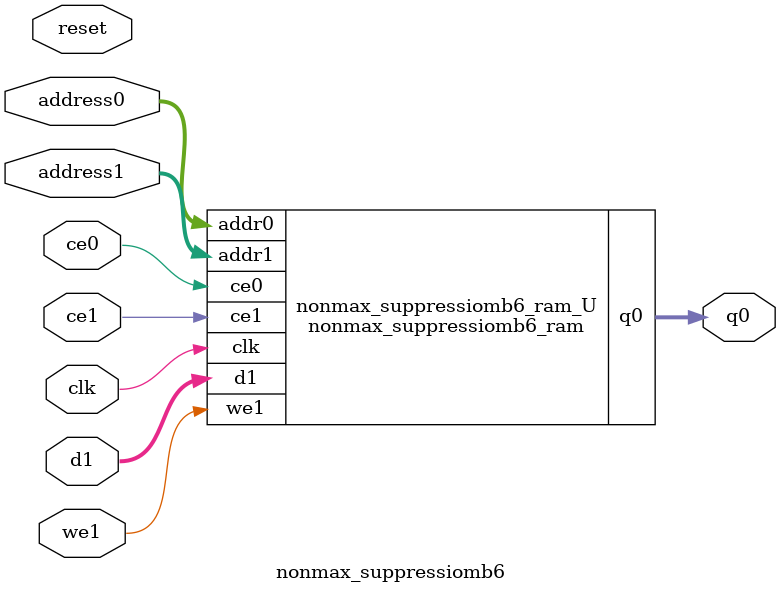
<source format=v>

`timescale 1 ns / 1 ps
module nonmax_suppressiomb6_ram (addr0, ce0, q0, addr1, ce1, d1, we1,  clk);

parameter DWIDTH = 16;
parameter AWIDTH = 11;
parameter MEM_SIZE = 1920;

input[AWIDTH-1:0] addr0;
input ce0;
output reg[DWIDTH-1:0] q0;
input[AWIDTH-1:0] addr1;
input ce1;
input[DWIDTH-1:0] d1;
input we1;
input clk;

(* ram_style = "block" *)reg [DWIDTH-1:0] ram[0:MEM_SIZE-1];




always @(posedge clk)  
begin 
    if (ce0) 
    begin
            q0 <= ram[addr0];
    end
end


always @(posedge clk)  
begin 
    if (ce1) 
    begin
        if (we1) 
        begin 
            ram[addr1] <= d1; 
        end 
    end
end


endmodule


`timescale 1 ns / 1 ps
module nonmax_suppressiomb6(
    reset,
    clk,
    address0,
    ce0,
    q0,
    address1,
    ce1,
    we1,
    d1);

parameter DataWidth = 32'd16;
parameter AddressRange = 32'd1920;
parameter AddressWidth = 32'd11;
input reset;
input clk;
input[AddressWidth - 1:0] address0;
input ce0;
output[DataWidth - 1:0] q0;
input[AddressWidth - 1:0] address1;
input ce1;
input we1;
input[DataWidth - 1:0] d1;



nonmax_suppressiomb6_ram nonmax_suppressiomb6_ram_U(
    .clk( clk ),
    .addr0( address0 ),
    .ce0( ce0 ),
    .q0( q0 ),
    .addr1( address1 ),
    .ce1( ce1 ),
    .d1( d1 ),
    .we1( we1 ));

endmodule


</source>
